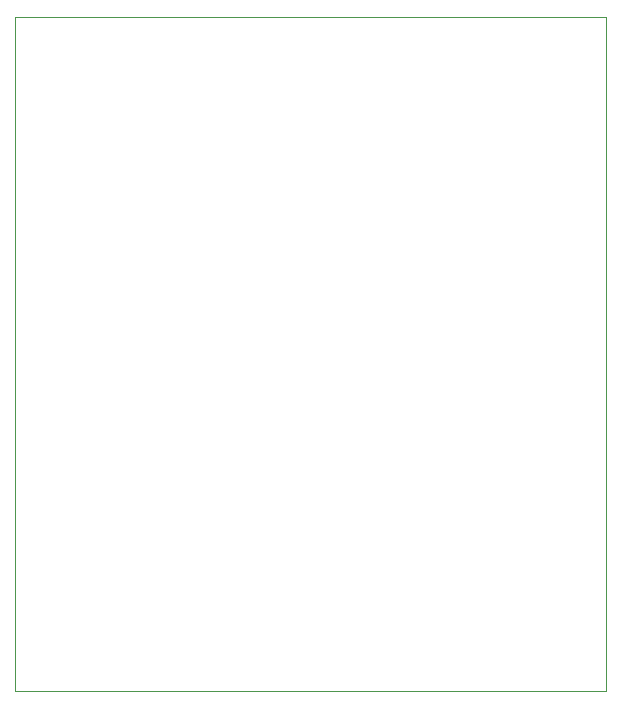
<source format=gm1>
G04 #@! TF.GenerationSoftware,KiCad,Pcbnew,7.0.1*
G04 #@! TF.CreationDate,2023-04-16T22:07:55+02:00*
G04 #@! TF.ProjectId,aliasing,616c6961-7369-46e6-972e-6b696361645f,rev?*
G04 #@! TF.SameCoordinates,Original*
G04 #@! TF.FileFunction,Profile,NP*
%FSLAX46Y46*%
G04 Gerber Fmt 4.6, Leading zero omitted, Abs format (unit mm)*
G04 Created by KiCad (PCBNEW 7.0.1) date 2023-04-16 22:07:55*
%MOMM*%
%LPD*%
G01*
G04 APERTURE LIST*
G04 #@! TA.AperFunction,Profile*
%ADD10C,0.100000*%
G04 #@! TD*
G04 APERTURE END LIST*
D10*
X135000000Y-92000000D02*
X185000000Y-92000000D01*
X185000000Y-35000000D02*
X135000000Y-35000000D01*
X135000000Y-35000000D02*
X135000000Y-92000000D01*
X185000000Y-92000000D02*
X185000000Y-35000000D01*
M02*

</source>
